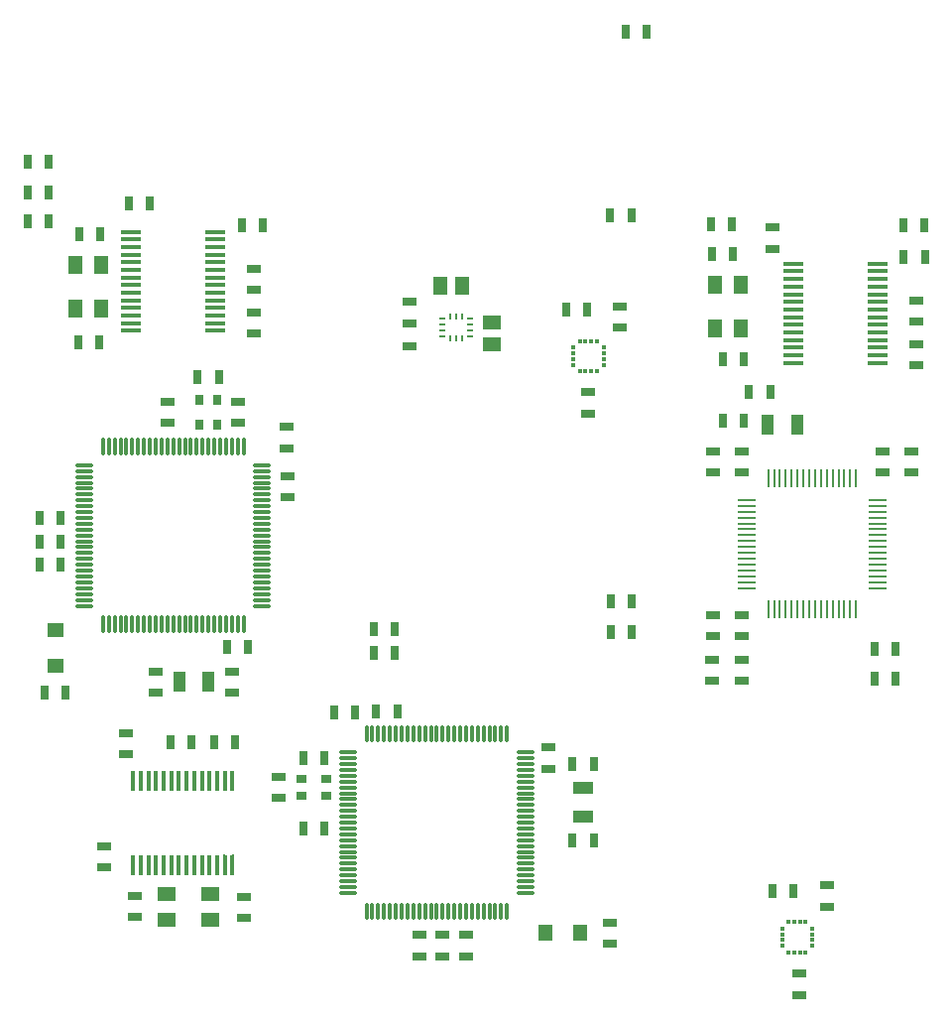
<source format=gtp>
G75*
%MOIN*%
%OFA0B0*%
%FSLAX25Y25*%
%IPPOS*%
%LPD*%
%AMOC8*
5,1,8,0,0,1.08239X$1,22.5*
%
%ADD10R,0.04724X0.03150*%
%ADD11R,0.03150X0.04724*%
%ADD12R,0.03937X0.07087*%
%ADD13R,0.03150X0.03543*%
%ADD14C,0.01181*%
%ADD15R,0.06102X0.00984*%
%ADD16R,0.00984X0.06102*%
%ADD17R,0.06890X0.01575*%
%ADD18R,0.04921X0.06299*%
%ADD19R,0.00984X0.03937*%
%ADD20R,0.03937X0.00984*%
%ADD21R,0.07087X0.03937*%
%ADD22R,0.01575X0.06890*%
%ADD23R,0.06299X0.04921*%
%ADD24R,0.03543X0.03150*%
%ADD25R,0.05512X0.04724*%
%ADD26R,0.04724X0.05512*%
%ADD27R,0.01770X0.01180*%
%ADD28R,0.01180X0.01770*%
%ADD29R,0.05118X0.05906*%
%ADD30R,0.05906X0.05118*%
%ADD31R,0.00984X0.01870*%
%ADD32R,0.01870X0.00984*%
%ADD33R,0.05118X0.02756*%
D10*
X0072758Y0072760D03*
X0072758Y0079847D03*
X0083093Y0063115D03*
X0083093Y0056028D03*
X0119510Y0055693D03*
X0119510Y0062780D03*
X0131321Y0095969D03*
X0131321Y0103056D03*
X0115573Y0131402D03*
X0115573Y0138489D03*
X0089983Y0138489D03*
X0089983Y0131402D03*
X0080140Y0117741D03*
X0080140Y0110654D03*
X0134430Y0197081D03*
X0134430Y0204167D03*
X0134134Y0213497D03*
X0134134Y0220583D03*
X0117542Y0221953D03*
X0117542Y0229040D03*
X0122955Y0252052D03*
X0122955Y0259138D03*
X0122955Y0266658D03*
X0122955Y0273745D03*
X0093920Y0229040D03*
X0093920Y0221953D03*
X0221872Y0112898D03*
X0221872Y0105812D03*
X0242594Y0054215D03*
X0242594Y0047128D03*
X0194313Y0049906D03*
X0194313Y0042819D03*
X0186439Y0042819D03*
X0186439Y0049906D03*
X0178565Y0049906D03*
X0178565Y0042819D03*
X0276991Y0135339D03*
X0276991Y0142426D03*
X0277180Y0150287D03*
X0277180Y0157374D03*
X0287022Y0157374D03*
X0287022Y0150287D03*
X0286833Y0142426D03*
X0286833Y0135339D03*
X0287022Y0205248D03*
X0287022Y0212334D03*
X0277180Y0212334D03*
X0277180Y0205248D03*
X0235471Y0225174D03*
X0235471Y0232260D03*
X0245861Y0254036D03*
X0245861Y0261123D03*
X0297357Y0280543D03*
X0297357Y0287630D03*
X0345585Y0263023D03*
X0345585Y0255937D03*
X0345585Y0248417D03*
X0345585Y0241330D03*
X0344109Y0212334D03*
X0344109Y0205248D03*
X0334266Y0205248D03*
X0334266Y0212334D03*
X0315729Y0066560D03*
X0315729Y0059473D03*
X0306394Y0036906D03*
X0306394Y0029819D03*
D11*
X0304362Y0064632D03*
X0297276Y0064632D03*
X0237227Y0081796D03*
X0230140Y0081796D03*
X0230140Y0107386D03*
X0237227Y0107386D03*
X0242983Y0151780D03*
X0250069Y0151780D03*
X0250069Y0161906D03*
X0242983Y0161906D03*
X0280605Y0222649D03*
X0287691Y0222649D03*
X0289463Y0232492D03*
X0296550Y0232492D03*
X0287691Y0243319D03*
X0280605Y0243319D03*
X0284089Y0278752D03*
X0277002Y0278752D03*
X0276676Y0288832D03*
X0283762Y0288832D03*
X0249836Y0291623D03*
X0242750Y0291623D03*
X0235077Y0260213D03*
X0227991Y0260213D03*
X0247857Y0353449D03*
X0254943Y0353449D03*
X0341361Y0288489D03*
X0348447Y0288489D03*
X0348557Y0277767D03*
X0341471Y0277767D03*
X0338762Y0146032D03*
X0331676Y0146032D03*
X0331676Y0136032D03*
X0338762Y0136032D03*
X0171170Y0125065D03*
X0164083Y0125065D03*
X0157154Y0124725D03*
X0150068Y0124725D03*
X0146676Y0109355D03*
X0139589Y0109355D03*
X0139589Y0085733D03*
X0146676Y0085733D03*
X0116577Y0114768D03*
X0109491Y0114768D03*
X0101971Y0114768D03*
X0094884Y0114768D03*
X0113998Y0146756D03*
X0121085Y0146756D03*
X0163180Y0144725D03*
X0170266Y0144725D03*
X0170266Y0152599D03*
X0163180Y0152599D03*
X0111243Y0237308D03*
X0104156Y0237308D03*
X0070967Y0249119D03*
X0063880Y0249119D03*
X0064215Y0285536D03*
X0071302Y0285536D03*
X0080947Y0295871D03*
X0088034Y0295871D03*
X0118841Y0288489D03*
X0125928Y0288489D03*
X0053942Y0289802D03*
X0046855Y0289802D03*
X0046918Y0299484D03*
X0054005Y0299484D03*
X0054090Y0309802D03*
X0047003Y0309802D03*
X0051006Y0190064D03*
X0058093Y0190064D03*
X0058093Y0182189D03*
X0051006Y0182189D03*
X0051006Y0174315D03*
X0058093Y0174315D03*
X0059762Y0131232D03*
X0052676Y0131232D03*
D12*
X0097857Y0134945D03*
X0107699Y0134945D03*
X0295723Y0221311D03*
X0305565Y0221311D03*
D13*
X0110652Y0221363D03*
X0104746Y0221363D03*
X0104746Y0229630D03*
X0110652Y0229630D03*
D14*
X0109668Y0216245D02*
X0109668Y0211717D01*
X0109668Y0211717D01*
X0109668Y0216245D01*
X0109668Y0216245D01*
X0109668Y0212897D02*
X0109668Y0212897D01*
X0109668Y0214077D02*
X0109668Y0214077D01*
X0109668Y0215257D02*
X0109668Y0215257D01*
X0111636Y0216245D02*
X0111636Y0211717D01*
X0111636Y0211717D01*
X0111636Y0216245D01*
X0111636Y0216245D01*
X0111636Y0212897D02*
X0111636Y0212897D01*
X0111636Y0214077D02*
X0111636Y0214077D01*
X0111636Y0215257D02*
X0111636Y0215257D01*
X0113605Y0216245D02*
X0113605Y0211717D01*
X0113605Y0211717D01*
X0113605Y0216245D01*
X0113605Y0216245D01*
X0113605Y0212897D02*
X0113605Y0212897D01*
X0113605Y0214077D02*
X0113605Y0214077D01*
X0113605Y0215257D02*
X0113605Y0215257D01*
X0115573Y0216245D02*
X0115573Y0211717D01*
X0115573Y0211717D01*
X0115573Y0216245D01*
X0115573Y0216245D01*
X0115573Y0212897D02*
X0115573Y0212897D01*
X0115573Y0214077D02*
X0115573Y0214077D01*
X0115573Y0215257D02*
X0115573Y0215257D01*
X0117542Y0216245D02*
X0117542Y0211717D01*
X0117542Y0211717D01*
X0117542Y0216245D01*
X0117542Y0216245D01*
X0117542Y0212897D02*
X0117542Y0212897D01*
X0117542Y0214077D02*
X0117542Y0214077D01*
X0117542Y0215257D02*
X0117542Y0215257D01*
X0119510Y0216245D02*
X0119510Y0211717D01*
X0119510Y0211717D01*
X0119510Y0216245D01*
X0119510Y0216245D01*
X0119510Y0212897D02*
X0119510Y0212897D01*
X0119510Y0214077D02*
X0119510Y0214077D01*
X0119510Y0215257D02*
X0119510Y0215257D01*
X0123447Y0207780D02*
X0127975Y0207780D01*
X0127975Y0207780D01*
X0123447Y0207780D01*
X0123447Y0207780D01*
X0123447Y0205812D02*
X0127975Y0205812D01*
X0127975Y0205812D01*
X0123447Y0205812D01*
X0123447Y0205812D01*
X0123447Y0203843D02*
X0127975Y0203843D01*
X0127975Y0203843D01*
X0123447Y0203843D01*
X0123447Y0203843D01*
X0123447Y0201875D02*
X0127975Y0201875D01*
X0127975Y0201875D01*
X0123447Y0201875D01*
X0123447Y0201875D01*
X0123447Y0199906D02*
X0127975Y0199906D01*
X0127975Y0199906D01*
X0123447Y0199906D01*
X0123447Y0199906D01*
X0123447Y0197938D02*
X0127975Y0197938D01*
X0127975Y0197938D01*
X0123447Y0197938D01*
X0123447Y0197938D01*
X0123447Y0195969D02*
X0127975Y0195969D01*
X0127975Y0195969D01*
X0123447Y0195969D01*
X0123447Y0195969D01*
X0123447Y0194001D02*
X0127975Y0194001D01*
X0127975Y0194001D01*
X0123447Y0194001D01*
X0123447Y0194001D01*
X0123447Y0192032D02*
X0127975Y0192032D01*
X0127975Y0192032D01*
X0123447Y0192032D01*
X0123447Y0192032D01*
X0123447Y0190064D02*
X0127975Y0190064D01*
X0127975Y0190064D01*
X0123447Y0190064D01*
X0123447Y0190064D01*
X0123447Y0188095D02*
X0127975Y0188095D01*
X0127975Y0188095D01*
X0123447Y0188095D01*
X0123447Y0188095D01*
X0123447Y0186127D02*
X0127975Y0186127D01*
X0127975Y0186127D01*
X0123447Y0186127D01*
X0123447Y0186127D01*
X0123447Y0184158D02*
X0127975Y0184158D01*
X0127975Y0184158D01*
X0123447Y0184158D01*
X0123447Y0184158D01*
X0123447Y0182189D02*
X0127975Y0182189D01*
X0127975Y0182189D01*
X0123447Y0182189D01*
X0123447Y0182189D01*
X0123447Y0180221D02*
X0127975Y0180221D01*
X0127975Y0180221D01*
X0123447Y0180221D01*
X0123447Y0180221D01*
X0123447Y0178252D02*
X0127975Y0178252D01*
X0127975Y0178252D01*
X0123447Y0178252D01*
X0123447Y0178252D01*
X0123447Y0176284D02*
X0127975Y0176284D01*
X0127975Y0176284D01*
X0123447Y0176284D01*
X0123447Y0176284D01*
X0123447Y0174315D02*
X0127975Y0174315D01*
X0127975Y0174315D01*
X0123447Y0174315D01*
X0123447Y0174315D01*
X0123447Y0172347D02*
X0127975Y0172347D01*
X0127975Y0172347D01*
X0123447Y0172347D01*
X0123447Y0172347D01*
X0123447Y0170378D02*
X0127975Y0170378D01*
X0127975Y0170378D01*
X0123447Y0170378D01*
X0123447Y0170378D01*
X0123447Y0168410D02*
X0127975Y0168410D01*
X0127975Y0168410D01*
X0123447Y0168410D01*
X0123447Y0168410D01*
X0123447Y0166441D02*
X0127975Y0166441D01*
X0127975Y0166441D01*
X0123447Y0166441D01*
X0123447Y0166441D01*
X0123447Y0164473D02*
X0127975Y0164473D01*
X0127975Y0164473D01*
X0123447Y0164473D01*
X0123447Y0164473D01*
X0123447Y0162504D02*
X0127975Y0162504D01*
X0127975Y0162504D01*
X0123447Y0162504D01*
X0123447Y0162504D01*
X0123447Y0160536D02*
X0127975Y0160536D01*
X0127975Y0160536D01*
X0123447Y0160536D01*
X0123447Y0160536D01*
X0119510Y0156599D02*
X0119510Y0152071D01*
X0119510Y0152071D01*
X0119510Y0156599D01*
X0119510Y0156599D01*
X0119510Y0153251D02*
X0119510Y0153251D01*
X0119510Y0154431D02*
X0119510Y0154431D01*
X0119510Y0155611D02*
X0119510Y0155611D01*
X0117542Y0156599D02*
X0117542Y0152071D01*
X0117542Y0152071D01*
X0117542Y0156599D01*
X0117542Y0156599D01*
X0117542Y0153251D02*
X0117542Y0153251D01*
X0117542Y0154431D02*
X0117542Y0154431D01*
X0117542Y0155611D02*
X0117542Y0155611D01*
X0115573Y0156599D02*
X0115573Y0152071D01*
X0115573Y0152071D01*
X0115573Y0156599D01*
X0115573Y0156599D01*
X0115573Y0153251D02*
X0115573Y0153251D01*
X0115573Y0154431D02*
X0115573Y0154431D01*
X0115573Y0155611D02*
X0115573Y0155611D01*
X0113605Y0156599D02*
X0113605Y0152071D01*
X0113605Y0152071D01*
X0113605Y0156599D01*
X0113605Y0156599D01*
X0113605Y0153251D02*
X0113605Y0153251D01*
X0113605Y0154431D02*
X0113605Y0154431D01*
X0113605Y0155611D02*
X0113605Y0155611D01*
X0111636Y0156599D02*
X0111636Y0152071D01*
X0111636Y0152071D01*
X0111636Y0156599D01*
X0111636Y0156599D01*
X0111636Y0153251D02*
X0111636Y0153251D01*
X0111636Y0154431D02*
X0111636Y0154431D01*
X0111636Y0155611D02*
X0111636Y0155611D01*
X0109668Y0156599D02*
X0109668Y0152071D01*
X0109668Y0152071D01*
X0109668Y0156599D01*
X0109668Y0156599D01*
X0109668Y0153251D02*
X0109668Y0153251D01*
X0109668Y0154431D02*
X0109668Y0154431D01*
X0109668Y0155611D02*
X0109668Y0155611D01*
X0107699Y0156599D02*
X0107699Y0152071D01*
X0107699Y0152071D01*
X0107699Y0156599D01*
X0107699Y0156599D01*
X0107699Y0153251D02*
X0107699Y0153251D01*
X0107699Y0154431D02*
X0107699Y0154431D01*
X0107699Y0155611D02*
X0107699Y0155611D01*
X0105731Y0156599D02*
X0105731Y0152071D01*
X0105731Y0152071D01*
X0105731Y0156599D01*
X0105731Y0156599D01*
X0105731Y0153251D02*
X0105731Y0153251D01*
X0105731Y0154431D02*
X0105731Y0154431D01*
X0105731Y0155611D02*
X0105731Y0155611D01*
X0103762Y0156599D02*
X0103762Y0152071D01*
X0103762Y0152071D01*
X0103762Y0156599D01*
X0103762Y0156599D01*
X0103762Y0153251D02*
X0103762Y0153251D01*
X0103762Y0154431D02*
X0103762Y0154431D01*
X0103762Y0155611D02*
X0103762Y0155611D01*
X0101794Y0156599D02*
X0101794Y0152071D01*
X0101794Y0152071D01*
X0101794Y0156599D01*
X0101794Y0156599D01*
X0101794Y0153251D02*
X0101794Y0153251D01*
X0101794Y0154431D02*
X0101794Y0154431D01*
X0101794Y0155611D02*
X0101794Y0155611D01*
X0099825Y0156599D02*
X0099825Y0152071D01*
X0099825Y0152071D01*
X0099825Y0156599D01*
X0099825Y0156599D01*
X0099825Y0153251D02*
X0099825Y0153251D01*
X0099825Y0154431D02*
X0099825Y0154431D01*
X0099825Y0155611D02*
X0099825Y0155611D01*
X0097857Y0156599D02*
X0097857Y0152071D01*
X0097857Y0152071D01*
X0097857Y0156599D01*
X0097857Y0156599D01*
X0097857Y0153251D02*
X0097857Y0153251D01*
X0097857Y0154431D02*
X0097857Y0154431D01*
X0097857Y0155611D02*
X0097857Y0155611D01*
X0095888Y0156599D02*
X0095888Y0152071D01*
X0095888Y0152071D01*
X0095888Y0156599D01*
X0095888Y0156599D01*
X0095888Y0153251D02*
X0095888Y0153251D01*
X0095888Y0154431D02*
X0095888Y0154431D01*
X0095888Y0155611D02*
X0095888Y0155611D01*
X0093920Y0156599D02*
X0093920Y0152071D01*
X0093920Y0152071D01*
X0093920Y0156599D01*
X0093920Y0156599D01*
X0093920Y0153251D02*
X0093920Y0153251D01*
X0093920Y0154431D02*
X0093920Y0154431D01*
X0093920Y0155611D02*
X0093920Y0155611D01*
X0091951Y0156599D02*
X0091951Y0152071D01*
X0091951Y0152071D01*
X0091951Y0156599D01*
X0091951Y0156599D01*
X0091951Y0153251D02*
X0091951Y0153251D01*
X0091951Y0154431D02*
X0091951Y0154431D01*
X0091951Y0155611D02*
X0091951Y0155611D01*
X0089983Y0156599D02*
X0089983Y0152071D01*
X0089983Y0152071D01*
X0089983Y0156599D01*
X0089983Y0156599D01*
X0089983Y0153251D02*
X0089983Y0153251D01*
X0089983Y0154431D02*
X0089983Y0154431D01*
X0089983Y0155611D02*
X0089983Y0155611D01*
X0088014Y0156599D02*
X0088014Y0152071D01*
X0088014Y0152071D01*
X0088014Y0156599D01*
X0088014Y0156599D01*
X0088014Y0153251D02*
X0088014Y0153251D01*
X0088014Y0154431D02*
X0088014Y0154431D01*
X0088014Y0155611D02*
X0088014Y0155611D01*
X0086046Y0156599D02*
X0086046Y0152071D01*
X0086046Y0152071D01*
X0086046Y0156599D01*
X0086046Y0156599D01*
X0086046Y0153251D02*
X0086046Y0153251D01*
X0086046Y0154431D02*
X0086046Y0154431D01*
X0086046Y0155611D02*
X0086046Y0155611D01*
X0084077Y0156599D02*
X0084077Y0152071D01*
X0084077Y0152071D01*
X0084077Y0156599D01*
X0084077Y0156599D01*
X0084077Y0153251D02*
X0084077Y0153251D01*
X0084077Y0154431D02*
X0084077Y0154431D01*
X0084077Y0155611D02*
X0084077Y0155611D01*
X0082109Y0156599D02*
X0082109Y0152071D01*
X0082109Y0152071D01*
X0082109Y0156599D01*
X0082109Y0156599D01*
X0082109Y0153251D02*
X0082109Y0153251D01*
X0082109Y0154431D02*
X0082109Y0154431D01*
X0082109Y0155611D02*
X0082109Y0155611D01*
X0080140Y0156599D02*
X0080140Y0152071D01*
X0080140Y0152071D01*
X0080140Y0156599D01*
X0080140Y0156599D01*
X0080140Y0153251D02*
X0080140Y0153251D01*
X0080140Y0154431D02*
X0080140Y0154431D01*
X0080140Y0155611D02*
X0080140Y0155611D01*
X0078172Y0156599D02*
X0078172Y0152071D01*
X0078172Y0152071D01*
X0078172Y0156599D01*
X0078172Y0156599D01*
X0078172Y0153251D02*
X0078172Y0153251D01*
X0078172Y0154431D02*
X0078172Y0154431D01*
X0078172Y0155611D02*
X0078172Y0155611D01*
X0076203Y0156599D02*
X0076203Y0152071D01*
X0076203Y0152071D01*
X0076203Y0156599D01*
X0076203Y0156599D01*
X0076203Y0153251D02*
X0076203Y0153251D01*
X0076203Y0154431D02*
X0076203Y0154431D01*
X0076203Y0155611D02*
X0076203Y0155611D01*
X0074235Y0156599D02*
X0074235Y0152071D01*
X0074235Y0152071D01*
X0074235Y0156599D01*
X0074235Y0156599D01*
X0074235Y0153251D02*
X0074235Y0153251D01*
X0074235Y0154431D02*
X0074235Y0154431D01*
X0074235Y0155611D02*
X0074235Y0155611D01*
X0072266Y0156599D02*
X0072266Y0152071D01*
X0072266Y0152071D01*
X0072266Y0156599D01*
X0072266Y0156599D01*
X0072266Y0153251D02*
X0072266Y0153251D01*
X0072266Y0154431D02*
X0072266Y0154431D01*
X0072266Y0155611D02*
X0072266Y0155611D01*
X0068329Y0160536D02*
X0063801Y0160536D01*
X0068329Y0160536D02*
X0068329Y0160536D01*
X0063801Y0160536D01*
X0063801Y0160536D01*
X0063801Y0162504D02*
X0068329Y0162504D01*
X0068329Y0162504D01*
X0063801Y0162504D01*
X0063801Y0162504D01*
X0063801Y0164473D02*
X0068329Y0164473D01*
X0068329Y0164473D01*
X0063801Y0164473D01*
X0063801Y0164473D01*
X0063801Y0166441D02*
X0068329Y0166441D01*
X0068329Y0166441D01*
X0063801Y0166441D01*
X0063801Y0166441D01*
X0063801Y0168410D02*
X0068329Y0168410D01*
X0068329Y0168410D01*
X0063801Y0168410D01*
X0063801Y0168410D01*
X0063801Y0170378D02*
X0068329Y0170378D01*
X0068329Y0170378D01*
X0063801Y0170378D01*
X0063801Y0170378D01*
X0063801Y0172347D02*
X0068329Y0172347D01*
X0068329Y0172347D01*
X0063801Y0172347D01*
X0063801Y0172347D01*
X0063801Y0174315D02*
X0068329Y0174315D01*
X0068329Y0174315D01*
X0063801Y0174315D01*
X0063801Y0174315D01*
X0063801Y0176284D02*
X0068329Y0176284D01*
X0068329Y0176284D01*
X0063801Y0176284D01*
X0063801Y0176284D01*
X0063801Y0178252D02*
X0068329Y0178252D01*
X0068329Y0178252D01*
X0063801Y0178252D01*
X0063801Y0178252D01*
X0063801Y0180221D02*
X0068329Y0180221D01*
X0068329Y0180221D01*
X0063801Y0180221D01*
X0063801Y0180221D01*
X0063801Y0182189D02*
X0068329Y0182189D01*
X0068329Y0182189D01*
X0063801Y0182189D01*
X0063801Y0182189D01*
X0063801Y0184158D02*
X0068329Y0184158D01*
X0068329Y0184158D01*
X0063801Y0184158D01*
X0063801Y0184158D01*
X0063801Y0186127D02*
X0068329Y0186127D01*
X0068329Y0186127D01*
X0063801Y0186127D01*
X0063801Y0186127D01*
X0063801Y0188095D02*
X0068329Y0188095D01*
X0068329Y0188095D01*
X0063801Y0188095D01*
X0063801Y0188095D01*
X0063801Y0190064D02*
X0068329Y0190064D01*
X0068329Y0190064D01*
X0063801Y0190064D01*
X0063801Y0190064D01*
X0063801Y0192032D02*
X0068329Y0192032D01*
X0068329Y0192032D01*
X0063801Y0192032D01*
X0063801Y0192032D01*
X0063801Y0194001D02*
X0068329Y0194001D01*
X0068329Y0194001D01*
X0063801Y0194001D01*
X0063801Y0194001D01*
X0063801Y0195969D02*
X0068329Y0195969D01*
X0068329Y0195969D01*
X0063801Y0195969D01*
X0063801Y0195969D01*
X0063801Y0197938D02*
X0068329Y0197938D01*
X0068329Y0197938D01*
X0063801Y0197938D01*
X0063801Y0197938D01*
X0063801Y0199906D02*
X0068329Y0199906D01*
X0068329Y0199906D01*
X0063801Y0199906D01*
X0063801Y0199906D01*
X0063801Y0201875D02*
X0068329Y0201875D01*
X0068329Y0201875D01*
X0063801Y0201875D01*
X0063801Y0201875D01*
X0063801Y0203843D02*
X0068329Y0203843D01*
X0068329Y0203843D01*
X0063801Y0203843D01*
X0063801Y0203843D01*
X0063801Y0205812D02*
X0068329Y0205812D01*
X0068329Y0205812D01*
X0063801Y0205812D01*
X0063801Y0205812D01*
X0063801Y0207780D02*
X0068329Y0207780D01*
X0068329Y0207780D01*
X0063801Y0207780D01*
X0063801Y0207780D01*
X0072266Y0211717D02*
X0072266Y0216245D01*
X0072266Y0211717D02*
X0072266Y0211717D01*
X0072266Y0216245D01*
X0072266Y0216245D01*
X0072266Y0212897D02*
X0072266Y0212897D01*
X0072266Y0214077D02*
X0072266Y0214077D01*
X0072266Y0215257D02*
X0072266Y0215257D01*
X0074235Y0216245D02*
X0074235Y0211717D01*
X0074235Y0211717D01*
X0074235Y0216245D01*
X0074235Y0216245D01*
X0074235Y0212897D02*
X0074235Y0212897D01*
X0074235Y0214077D02*
X0074235Y0214077D01*
X0074235Y0215257D02*
X0074235Y0215257D01*
X0076203Y0216245D02*
X0076203Y0211717D01*
X0076203Y0211717D01*
X0076203Y0216245D01*
X0076203Y0216245D01*
X0076203Y0212897D02*
X0076203Y0212897D01*
X0076203Y0214077D02*
X0076203Y0214077D01*
X0076203Y0215257D02*
X0076203Y0215257D01*
X0078172Y0216245D02*
X0078172Y0211717D01*
X0078172Y0211717D01*
X0078172Y0216245D01*
X0078172Y0216245D01*
X0078172Y0212897D02*
X0078172Y0212897D01*
X0078172Y0214077D02*
X0078172Y0214077D01*
X0078172Y0215257D02*
X0078172Y0215257D01*
X0080140Y0216245D02*
X0080140Y0211717D01*
X0080140Y0211717D01*
X0080140Y0216245D01*
X0080140Y0216245D01*
X0080140Y0212897D02*
X0080140Y0212897D01*
X0080140Y0214077D02*
X0080140Y0214077D01*
X0080140Y0215257D02*
X0080140Y0215257D01*
X0082109Y0216245D02*
X0082109Y0211717D01*
X0082109Y0211717D01*
X0082109Y0216245D01*
X0082109Y0216245D01*
X0082109Y0212897D02*
X0082109Y0212897D01*
X0082109Y0214077D02*
X0082109Y0214077D01*
X0082109Y0215257D02*
X0082109Y0215257D01*
X0084077Y0216245D02*
X0084077Y0211717D01*
X0084077Y0211717D01*
X0084077Y0216245D01*
X0084077Y0216245D01*
X0084077Y0212897D02*
X0084077Y0212897D01*
X0084077Y0214077D02*
X0084077Y0214077D01*
X0084077Y0215257D02*
X0084077Y0215257D01*
X0086046Y0216245D02*
X0086046Y0211717D01*
X0086046Y0211717D01*
X0086046Y0216245D01*
X0086046Y0216245D01*
X0086046Y0212897D02*
X0086046Y0212897D01*
X0086046Y0214077D02*
X0086046Y0214077D01*
X0086046Y0215257D02*
X0086046Y0215257D01*
X0088014Y0216245D02*
X0088014Y0211717D01*
X0088014Y0211717D01*
X0088014Y0216245D01*
X0088014Y0216245D01*
X0088014Y0212897D02*
X0088014Y0212897D01*
X0088014Y0214077D02*
X0088014Y0214077D01*
X0088014Y0215257D02*
X0088014Y0215257D01*
X0089983Y0216245D02*
X0089983Y0211717D01*
X0089983Y0211717D01*
X0089983Y0216245D01*
X0089983Y0216245D01*
X0089983Y0212897D02*
X0089983Y0212897D01*
X0089983Y0214077D02*
X0089983Y0214077D01*
X0089983Y0215257D02*
X0089983Y0215257D01*
X0091951Y0216245D02*
X0091951Y0211717D01*
X0091951Y0211717D01*
X0091951Y0216245D01*
X0091951Y0216245D01*
X0091951Y0212897D02*
X0091951Y0212897D01*
X0091951Y0214077D02*
X0091951Y0214077D01*
X0091951Y0215257D02*
X0091951Y0215257D01*
X0093920Y0216245D02*
X0093920Y0211717D01*
X0093920Y0211717D01*
X0093920Y0216245D01*
X0093920Y0216245D01*
X0093920Y0212897D02*
X0093920Y0212897D01*
X0093920Y0214077D02*
X0093920Y0214077D01*
X0093920Y0215257D02*
X0093920Y0215257D01*
X0095888Y0216245D02*
X0095888Y0211717D01*
X0095888Y0211717D01*
X0095888Y0216245D01*
X0095888Y0216245D01*
X0095888Y0212897D02*
X0095888Y0212897D01*
X0095888Y0214077D02*
X0095888Y0214077D01*
X0095888Y0215257D02*
X0095888Y0215257D01*
X0097857Y0216245D02*
X0097857Y0211717D01*
X0097857Y0211717D01*
X0097857Y0216245D01*
X0097857Y0216245D01*
X0097857Y0212897D02*
X0097857Y0212897D01*
X0097857Y0214077D02*
X0097857Y0214077D01*
X0097857Y0215257D02*
X0097857Y0215257D01*
X0099825Y0216245D02*
X0099825Y0211717D01*
X0099825Y0211717D01*
X0099825Y0216245D01*
X0099825Y0216245D01*
X0099825Y0212897D02*
X0099825Y0212897D01*
X0099825Y0214077D02*
X0099825Y0214077D01*
X0099825Y0215257D02*
X0099825Y0215257D01*
X0101794Y0216245D02*
X0101794Y0211717D01*
X0101794Y0211717D01*
X0101794Y0216245D01*
X0101794Y0216245D01*
X0101794Y0212897D02*
X0101794Y0212897D01*
X0101794Y0214077D02*
X0101794Y0214077D01*
X0101794Y0215257D02*
X0101794Y0215257D01*
X0103762Y0216245D02*
X0103762Y0211717D01*
X0103762Y0211717D01*
X0103762Y0216245D01*
X0103762Y0216245D01*
X0103762Y0212897D02*
X0103762Y0212897D01*
X0103762Y0214077D02*
X0103762Y0214077D01*
X0103762Y0215257D02*
X0103762Y0215257D01*
X0105731Y0216245D02*
X0105731Y0211717D01*
X0105731Y0211717D01*
X0105731Y0216245D01*
X0105731Y0216245D01*
X0105731Y0212897D02*
X0105731Y0212897D01*
X0105731Y0214077D02*
X0105731Y0214077D01*
X0105731Y0215257D02*
X0105731Y0215257D01*
X0107699Y0216245D02*
X0107699Y0211717D01*
X0107699Y0211717D01*
X0107699Y0216245D01*
X0107699Y0216245D01*
X0107699Y0212897D02*
X0107699Y0212897D01*
X0107699Y0214077D02*
X0107699Y0214077D01*
X0107699Y0215257D02*
X0107699Y0215257D01*
X0160849Y0119788D02*
X0160849Y0115260D01*
X0160849Y0119788D02*
X0160849Y0119788D01*
X0160849Y0115260D01*
X0160849Y0115260D01*
X0160849Y0116440D02*
X0160849Y0116440D01*
X0160849Y0117620D02*
X0160849Y0117620D01*
X0160849Y0118800D02*
X0160849Y0118800D01*
X0162817Y0119788D02*
X0162817Y0115260D01*
X0162817Y0119788D02*
X0162817Y0119788D01*
X0162817Y0115260D01*
X0162817Y0115260D01*
X0162817Y0116440D02*
X0162817Y0116440D01*
X0162817Y0117620D02*
X0162817Y0117620D01*
X0162817Y0118800D02*
X0162817Y0118800D01*
X0164786Y0119788D02*
X0164786Y0115260D01*
X0164786Y0119788D02*
X0164786Y0119788D01*
X0164786Y0115260D01*
X0164786Y0115260D01*
X0164786Y0116440D02*
X0164786Y0116440D01*
X0164786Y0117620D02*
X0164786Y0117620D01*
X0164786Y0118800D02*
X0164786Y0118800D01*
X0166754Y0119788D02*
X0166754Y0115260D01*
X0166754Y0119788D02*
X0166754Y0119788D01*
X0166754Y0115260D01*
X0166754Y0115260D01*
X0166754Y0116440D02*
X0166754Y0116440D01*
X0166754Y0117620D02*
X0166754Y0117620D01*
X0166754Y0118800D02*
X0166754Y0118800D01*
X0168723Y0119788D02*
X0168723Y0115260D01*
X0168723Y0119788D02*
X0168723Y0119788D01*
X0168723Y0115260D01*
X0168723Y0115260D01*
X0168723Y0116440D02*
X0168723Y0116440D01*
X0168723Y0117620D02*
X0168723Y0117620D01*
X0168723Y0118800D02*
X0168723Y0118800D01*
X0170691Y0119788D02*
X0170691Y0115260D01*
X0170691Y0119788D02*
X0170691Y0119788D01*
X0170691Y0115260D01*
X0170691Y0115260D01*
X0170691Y0116440D02*
X0170691Y0116440D01*
X0170691Y0117620D02*
X0170691Y0117620D01*
X0170691Y0118800D02*
X0170691Y0118800D01*
X0172660Y0119788D02*
X0172660Y0115260D01*
X0172660Y0119788D02*
X0172660Y0119788D01*
X0172660Y0115260D01*
X0172660Y0115260D01*
X0172660Y0116440D02*
X0172660Y0116440D01*
X0172660Y0117620D02*
X0172660Y0117620D01*
X0172660Y0118800D02*
X0172660Y0118800D01*
X0174628Y0119788D02*
X0174628Y0115260D01*
X0174628Y0119788D02*
X0174628Y0119788D01*
X0174628Y0115260D01*
X0174628Y0115260D01*
X0174628Y0116440D02*
X0174628Y0116440D01*
X0174628Y0117620D02*
X0174628Y0117620D01*
X0174628Y0118800D02*
X0174628Y0118800D01*
X0176597Y0119788D02*
X0176597Y0115260D01*
X0176597Y0119788D02*
X0176597Y0119788D01*
X0176597Y0115260D01*
X0176597Y0115260D01*
X0176597Y0116440D02*
X0176597Y0116440D01*
X0176597Y0117620D02*
X0176597Y0117620D01*
X0176597Y0118800D02*
X0176597Y0118800D01*
X0178565Y0119788D02*
X0178565Y0115260D01*
X0178565Y0119788D02*
X0178565Y0119788D01*
X0178565Y0115260D01*
X0178565Y0115260D01*
X0178565Y0116440D02*
X0178565Y0116440D01*
X0178565Y0117620D02*
X0178565Y0117620D01*
X0178565Y0118800D02*
X0178565Y0118800D01*
X0180534Y0119788D02*
X0180534Y0115260D01*
X0180534Y0119788D02*
X0180534Y0119788D01*
X0180534Y0115260D01*
X0180534Y0115260D01*
X0180534Y0116440D02*
X0180534Y0116440D01*
X0180534Y0117620D02*
X0180534Y0117620D01*
X0180534Y0118800D02*
X0180534Y0118800D01*
X0182502Y0119788D02*
X0182502Y0115260D01*
X0182502Y0119788D02*
X0182502Y0119788D01*
X0182502Y0115260D01*
X0182502Y0115260D01*
X0182502Y0116440D02*
X0182502Y0116440D01*
X0182502Y0117620D02*
X0182502Y0117620D01*
X0182502Y0118800D02*
X0182502Y0118800D01*
X0184471Y0119788D02*
X0184471Y0115260D01*
X0184471Y0119788D02*
X0184471Y0119788D01*
X0184471Y0115260D01*
X0184471Y0115260D01*
X0184471Y0116440D02*
X0184471Y0116440D01*
X0184471Y0117620D02*
X0184471Y0117620D01*
X0184471Y0118800D02*
X0184471Y0118800D01*
X0186439Y0119788D02*
X0186439Y0115260D01*
X0186439Y0119788D02*
X0186439Y0119788D01*
X0186439Y0115260D01*
X0186439Y0115260D01*
X0186439Y0116440D02*
X0186439Y0116440D01*
X0186439Y0117620D02*
X0186439Y0117620D01*
X0186439Y0118800D02*
X0186439Y0118800D01*
X0188408Y0119788D02*
X0188408Y0115260D01*
X0188408Y0119788D02*
X0188408Y0119788D01*
X0188408Y0115260D01*
X0188408Y0115260D01*
X0188408Y0116440D02*
X0188408Y0116440D01*
X0188408Y0117620D02*
X0188408Y0117620D01*
X0188408Y0118800D02*
X0188408Y0118800D01*
X0190376Y0119788D02*
X0190376Y0115260D01*
X0190376Y0119788D02*
X0190376Y0119788D01*
X0190376Y0115260D01*
X0190376Y0115260D01*
X0190376Y0116440D02*
X0190376Y0116440D01*
X0190376Y0117620D02*
X0190376Y0117620D01*
X0190376Y0118800D02*
X0190376Y0118800D01*
X0192345Y0119788D02*
X0192345Y0115260D01*
X0192345Y0119788D02*
X0192345Y0119788D01*
X0192345Y0115260D01*
X0192345Y0115260D01*
X0192345Y0116440D02*
X0192345Y0116440D01*
X0192345Y0117620D02*
X0192345Y0117620D01*
X0192345Y0118800D02*
X0192345Y0118800D01*
X0194313Y0119788D02*
X0194313Y0115260D01*
X0194313Y0119788D02*
X0194313Y0119788D01*
X0194313Y0115260D01*
X0194313Y0115260D01*
X0194313Y0116440D02*
X0194313Y0116440D01*
X0194313Y0117620D02*
X0194313Y0117620D01*
X0194313Y0118800D02*
X0194313Y0118800D01*
X0196282Y0119788D02*
X0196282Y0115260D01*
X0196282Y0119788D02*
X0196282Y0119788D01*
X0196282Y0115260D01*
X0196282Y0115260D01*
X0196282Y0116440D02*
X0196282Y0116440D01*
X0196282Y0117620D02*
X0196282Y0117620D01*
X0196282Y0118800D02*
X0196282Y0118800D01*
X0198250Y0119788D02*
X0198250Y0115260D01*
X0198250Y0119788D02*
X0198250Y0119788D01*
X0198250Y0115260D01*
X0198250Y0115260D01*
X0198250Y0116440D02*
X0198250Y0116440D01*
X0198250Y0117620D02*
X0198250Y0117620D01*
X0198250Y0118800D02*
X0198250Y0118800D01*
X0200219Y0119788D02*
X0200219Y0115260D01*
X0200219Y0119788D02*
X0200219Y0119788D01*
X0200219Y0115260D01*
X0200219Y0115260D01*
X0200219Y0116440D02*
X0200219Y0116440D01*
X0200219Y0117620D02*
X0200219Y0117620D01*
X0200219Y0118800D02*
X0200219Y0118800D01*
X0202187Y0119788D02*
X0202187Y0115260D01*
X0202187Y0119788D02*
X0202187Y0119788D01*
X0202187Y0115260D01*
X0202187Y0115260D01*
X0202187Y0116440D02*
X0202187Y0116440D01*
X0202187Y0117620D02*
X0202187Y0117620D01*
X0202187Y0118800D02*
X0202187Y0118800D01*
X0204156Y0119788D02*
X0204156Y0115260D01*
X0204156Y0119788D02*
X0204156Y0119788D01*
X0204156Y0115260D01*
X0204156Y0115260D01*
X0204156Y0116440D02*
X0204156Y0116440D01*
X0204156Y0117620D02*
X0204156Y0117620D01*
X0204156Y0118800D02*
X0204156Y0118800D01*
X0206124Y0119788D02*
X0206124Y0115260D01*
X0206124Y0119788D02*
X0206124Y0119788D01*
X0206124Y0115260D01*
X0206124Y0115260D01*
X0206124Y0116440D02*
X0206124Y0116440D01*
X0206124Y0117620D02*
X0206124Y0117620D01*
X0206124Y0118800D02*
X0206124Y0118800D01*
X0208093Y0119788D02*
X0208093Y0115260D01*
X0208093Y0119788D02*
X0208093Y0119788D01*
X0208093Y0115260D01*
X0208093Y0115260D01*
X0208093Y0116440D02*
X0208093Y0116440D01*
X0208093Y0117620D02*
X0208093Y0117620D01*
X0208093Y0118800D02*
X0208093Y0118800D01*
X0212030Y0111323D02*
X0216558Y0111323D01*
X0216558Y0111323D01*
X0212030Y0111323D01*
X0212030Y0111323D01*
X0212030Y0109355D02*
X0216558Y0109355D01*
X0216558Y0109355D01*
X0212030Y0109355D01*
X0212030Y0109355D01*
X0212030Y0107386D02*
X0216558Y0107386D01*
X0216558Y0107386D01*
X0212030Y0107386D01*
X0212030Y0107386D01*
X0212030Y0105418D02*
X0216558Y0105418D01*
X0216558Y0105418D01*
X0212030Y0105418D01*
X0212030Y0105418D01*
X0212030Y0103449D02*
X0216558Y0103449D01*
X0216558Y0103449D01*
X0212030Y0103449D01*
X0212030Y0103449D01*
X0212030Y0101481D02*
X0216558Y0101481D01*
X0216558Y0101481D01*
X0212030Y0101481D01*
X0212030Y0101481D01*
X0212030Y0099512D02*
X0216558Y0099512D01*
X0216558Y0099512D01*
X0212030Y0099512D01*
X0212030Y0099512D01*
X0212030Y0097544D02*
X0216558Y0097544D01*
X0216558Y0097544D01*
X0212030Y0097544D01*
X0212030Y0097544D01*
X0212030Y0095575D02*
X0216558Y0095575D01*
X0216558Y0095575D01*
X0212030Y0095575D01*
X0212030Y0095575D01*
X0212030Y0093607D02*
X0216558Y0093607D01*
X0216558Y0093607D01*
X0212030Y0093607D01*
X0212030Y0093607D01*
X0212030Y0091638D02*
X0216558Y0091638D01*
X0216558Y0091638D01*
X0212030Y0091638D01*
X0212030Y0091638D01*
X0212030Y0089670D02*
X0216558Y0089670D01*
X0216558Y0089670D01*
X0212030Y0089670D01*
X0212030Y0089670D01*
X0212030Y0087701D02*
X0216558Y0087701D01*
X0216558Y0087701D01*
X0212030Y0087701D01*
X0212030Y0087701D01*
X0212030Y0085733D02*
X0216558Y0085733D01*
X0216558Y0085733D01*
X0212030Y0085733D01*
X0212030Y0085733D01*
X0212030Y0083764D02*
X0216558Y0083764D01*
X0216558Y0083764D01*
X0212030Y0083764D01*
X0212030Y0083764D01*
X0212030Y0081796D02*
X0216558Y0081796D01*
X0216558Y0081796D01*
X0212030Y0081796D01*
X0212030Y0081796D01*
X0212030Y0079827D02*
X0216558Y0079827D01*
X0216558Y0079827D01*
X0212030Y0079827D01*
X0212030Y0079827D01*
X0212030Y0077859D02*
X0216558Y0077859D01*
X0216558Y0077859D01*
X0212030Y0077859D01*
X0212030Y0077859D01*
X0212030Y0075890D02*
X0216558Y0075890D01*
X0216558Y0075890D01*
X0212030Y0075890D01*
X0212030Y0075890D01*
X0212030Y0073922D02*
X0216558Y0073922D01*
X0216558Y0073922D01*
X0212030Y0073922D01*
X0212030Y0073922D01*
X0212030Y0071953D02*
X0216558Y0071953D01*
X0216558Y0071953D01*
X0212030Y0071953D01*
X0212030Y0071953D01*
X0212030Y0069985D02*
X0216558Y0069985D01*
X0216558Y0069985D01*
X0212030Y0069985D01*
X0212030Y0069985D01*
X0212030Y0068016D02*
X0216558Y0068016D01*
X0216558Y0068016D01*
X0212030Y0068016D01*
X0212030Y0068016D01*
X0212030Y0066048D02*
X0216558Y0066048D01*
X0216558Y0066048D01*
X0212030Y0066048D01*
X0212030Y0066048D01*
X0212030Y0064079D02*
X0216558Y0064079D01*
X0216558Y0064079D01*
X0212030Y0064079D01*
X0212030Y0064079D01*
X0208093Y0060142D02*
X0208093Y0055614D01*
X0208093Y0060142D02*
X0208093Y0060142D01*
X0208093Y0055614D01*
X0208093Y0055614D01*
X0208093Y0056794D02*
X0208093Y0056794D01*
X0208093Y0057974D02*
X0208093Y0057974D01*
X0208093Y0059154D02*
X0208093Y0059154D01*
X0206124Y0060142D02*
X0206124Y0055614D01*
X0206124Y0060142D02*
X0206124Y0060142D01*
X0206124Y0055614D01*
X0206124Y0055614D01*
X0206124Y0056794D02*
X0206124Y0056794D01*
X0206124Y0057974D02*
X0206124Y0057974D01*
X0206124Y0059154D02*
X0206124Y0059154D01*
X0204156Y0060142D02*
X0204156Y0055614D01*
X0204156Y0060142D02*
X0204156Y0060142D01*
X0204156Y0055614D01*
X0204156Y0055614D01*
X0204156Y0056794D02*
X0204156Y0056794D01*
X0204156Y0057974D02*
X0204156Y0057974D01*
X0204156Y0059154D02*
X0204156Y0059154D01*
X0202187Y0060142D02*
X0202187Y0055614D01*
X0202187Y0060142D02*
X0202187Y0060142D01*
X0202187Y0055614D01*
X0202187Y0055614D01*
X0202187Y0056794D02*
X0202187Y0056794D01*
X0202187Y0057974D02*
X0202187Y0057974D01*
X0202187Y0059154D02*
X0202187Y0059154D01*
X0200219Y0060142D02*
X0200219Y0055614D01*
X0200219Y0060142D02*
X0200219Y0060142D01*
X0200219Y0055614D01*
X0200219Y0055614D01*
X0200219Y0056794D02*
X0200219Y0056794D01*
X0200219Y0057974D02*
X0200219Y0057974D01*
X0200219Y0059154D02*
X0200219Y0059154D01*
X0198250Y0060142D02*
X0198250Y0055614D01*
X0198250Y0060142D02*
X0198250Y0060142D01*
X0198250Y0055614D01*
X0198250Y0055614D01*
X0198250Y0056794D02*
X0198250Y0056794D01*
X0198250Y0057974D02*
X0198250Y0057974D01*
X0198250Y0059154D02*
X0198250Y0059154D01*
X0196282Y0060142D02*
X0196282Y0055614D01*
X0196282Y0060142D02*
X0196282Y0060142D01*
X0196282Y0055614D01*
X0196282Y0055614D01*
X0196282Y0056794D02*
X0196282Y0056794D01*
X0196282Y0057974D02*
X0196282Y0057974D01*
X0196282Y0059154D02*
X0196282Y0059154D01*
X0194313Y0060142D02*
X0194313Y0055614D01*
X0194313Y0060142D02*
X0194313Y0060142D01*
X0194313Y0055614D01*
X0194313Y0055614D01*
X0194313Y0056794D02*
X0194313Y0056794D01*
X0194313Y0057974D02*
X0194313Y0057974D01*
X0194313Y0059154D02*
X0194313Y0059154D01*
X0192345Y0060142D02*
X0192345Y0055614D01*
X0192345Y0060142D02*
X0192345Y0060142D01*
X0192345Y0055614D01*
X0192345Y0055614D01*
X0192345Y0056794D02*
X0192345Y0056794D01*
X0192345Y0057974D02*
X0192345Y0057974D01*
X0192345Y0059154D02*
X0192345Y0059154D01*
X0190376Y0060142D02*
X0190376Y0055614D01*
X0190376Y0060142D02*
X0190376Y0060142D01*
X0190376Y0055614D01*
X0190376Y0055614D01*
X0190376Y0056794D02*
X0190376Y0056794D01*
X0190376Y0057974D02*
X0190376Y0057974D01*
X0190376Y0059154D02*
X0190376Y0059154D01*
X0188408Y0060142D02*
X0188408Y0055614D01*
X0188408Y0060142D02*
X0188408Y0060142D01*
X0188408Y0055614D01*
X0188408Y0055614D01*
X0188408Y0056794D02*
X0188408Y0056794D01*
X0188408Y0057974D02*
X0188408Y0057974D01*
X0188408Y0059154D02*
X0188408Y0059154D01*
X0186439Y0060142D02*
X0186439Y0055614D01*
X0186439Y0060142D02*
X0186439Y0060142D01*
X0186439Y0055614D01*
X0186439Y0055614D01*
X0186439Y0056794D02*
X0186439Y0056794D01*
X0186439Y0057974D02*
X0186439Y0057974D01*
X0186439Y0059154D02*
X0186439Y0059154D01*
X0184471Y0060142D02*
X0184471Y0055614D01*
X0184471Y0060142D02*
X0184471Y0060142D01*
X0184471Y0055614D01*
X0184471Y0055614D01*
X0184471Y0056794D02*
X0184471Y0056794D01*
X0184471Y0057974D02*
X0184471Y0057974D01*
X0184471Y0059154D02*
X0184471Y0059154D01*
X0182502Y0060142D02*
X0182502Y0055614D01*
X0182502Y0060142D02*
X0182502Y0060142D01*
X0182502Y0055614D01*
X0182502Y0055614D01*
X0182502Y0056794D02*
X0182502Y0056794D01*
X0182502Y0057974D02*
X0182502Y0057974D01*
X0182502Y0059154D02*
X0182502Y0059154D01*
X0180534Y0060142D02*
X0180534Y0055614D01*
X0180534Y0060142D02*
X0180534Y0060142D01*
X0180534Y0055614D01*
X0180534Y0055614D01*
X0180534Y0056794D02*
X0180534Y0056794D01*
X0180534Y0057974D02*
X0180534Y0057974D01*
X0180534Y0059154D02*
X0180534Y0059154D01*
X0178565Y0060142D02*
X0178565Y0055614D01*
X0178565Y0060142D02*
X0178565Y0060142D01*
X0178565Y0055614D01*
X0178565Y0055614D01*
X0178565Y0056794D02*
X0178565Y0056794D01*
X0178565Y0057974D02*
X0178565Y0057974D01*
X0178565Y0059154D02*
X0178565Y0059154D01*
X0176597Y0060142D02*
X0176597Y0055614D01*
X0176597Y0060142D02*
X0176597Y0060142D01*
X0176597Y0055614D01*
X0176597Y0055614D01*
X0176597Y0056794D02*
X0176597Y0056794D01*
X0176597Y0057974D02*
X0176597Y0057974D01*
X0176597Y0059154D02*
X0176597Y0059154D01*
X0174628Y0060142D02*
X0174628Y0055614D01*
X0174628Y0060142D02*
X0174628Y0060142D01*
X0174628Y0055614D01*
X0174628Y0055614D01*
X0174628Y0056794D02*
X0174628Y0056794D01*
X0174628Y0057974D02*
X0174628Y0057974D01*
X0174628Y0059154D02*
X0174628Y0059154D01*
X0172660Y0060142D02*
X0172660Y0055614D01*
X0172660Y0060142D02*
X0172660Y0060142D01*
X0172660Y0055614D01*
X0172660Y0055614D01*
X0172660Y0056794D02*
X0172660Y0056794D01*
X0172660Y0057974D02*
X0172660Y0057974D01*
X0172660Y0059154D02*
X0172660Y0059154D01*
X0170691Y0060142D02*
X0170691Y0055614D01*
X0170691Y0060142D02*
X0170691Y0060142D01*
X0170691Y0055614D01*
X0170691Y0055614D01*
X0170691Y0056794D02*
X0170691Y0056794D01*
X0170691Y0057974D02*
X0170691Y0057974D01*
X0170691Y0059154D02*
X0170691Y0059154D01*
X0168723Y0060142D02*
X0168723Y0055614D01*
X0168723Y0060142D02*
X0168723Y0060142D01*
X0168723Y0055614D01*
X0168723Y0055614D01*
X0168723Y0056794D02*
X0168723Y0056794D01*
X0168723Y0057974D02*
X0168723Y0057974D01*
X0168723Y0059154D02*
X0168723Y0059154D01*
X0166754Y0060142D02*
X0166754Y0055614D01*
X0166754Y0060142D02*
X0166754Y0060142D01*
X0166754Y0055614D01*
X0166754Y0055614D01*
X0166754Y0056794D02*
X0166754Y0056794D01*
X0166754Y0057974D02*
X0166754Y0057974D01*
X0166754Y0059154D02*
X0166754Y0059154D01*
X0164786Y0060142D02*
X0164786Y0055614D01*
X0164786Y0060142D02*
X0164786Y0060142D01*
X0164786Y0055614D01*
X0164786Y0055614D01*
X0164786Y0056794D02*
X0164786Y0056794D01*
X0164786Y0057974D02*
X0164786Y0057974D01*
X0164786Y0059154D02*
X0164786Y0059154D01*
X0162817Y0060142D02*
X0162817Y0055614D01*
X0162817Y0060142D02*
X0162817Y0060142D01*
X0162817Y0055614D01*
X0162817Y0055614D01*
X0162817Y0056794D02*
X0162817Y0056794D01*
X0162817Y0057974D02*
X0162817Y0057974D01*
X0162817Y0059154D02*
X0162817Y0059154D01*
X0160849Y0060142D02*
X0160849Y0055614D01*
X0160849Y0060142D02*
X0160849Y0060142D01*
X0160849Y0055614D01*
X0160849Y0055614D01*
X0160849Y0056794D02*
X0160849Y0056794D01*
X0160849Y0057974D02*
X0160849Y0057974D01*
X0160849Y0059154D02*
X0160849Y0059154D01*
X0156912Y0064079D02*
X0152384Y0064079D01*
X0156912Y0064079D02*
X0156912Y0064079D01*
X0152384Y0064079D01*
X0152384Y0064079D01*
X0152384Y0066048D02*
X0156912Y0066048D01*
X0156912Y0066048D01*
X0152384Y0066048D01*
X0152384Y0066048D01*
X0152384Y0068016D02*
X0156912Y0068016D01*
X0156912Y0068016D01*
X0152384Y0068016D01*
X0152384Y0068016D01*
X0152384Y0069985D02*
X0156912Y0069985D01*
X0156912Y0069985D01*
X0152384Y0069985D01*
X0152384Y0069985D01*
X0152384Y0071953D02*
X0156912Y0071953D01*
X0156912Y0071953D01*
X0152384Y0071953D01*
X0152384Y0071953D01*
X0152384Y0073922D02*
X0156912Y0073922D01*
X0156912Y0073922D01*
X0152384Y0073922D01*
X0152384Y0073922D01*
X0152384Y0075890D02*
X0156912Y0075890D01*
X0156912Y0075890D01*
X0152384Y0075890D01*
X0152384Y0075890D01*
X0152384Y0077859D02*
X0156912Y0077859D01*
X0156912Y0077859D01*
X0152384Y0077859D01*
X0152384Y0077859D01*
X0152384Y0079827D02*
X0156912Y0079827D01*
X0156912Y0079827D01*
X0152384Y0079827D01*
X0152384Y0079827D01*
X0152384Y0081796D02*
X0156912Y0081796D01*
X0156912Y0081796D01*
X0152384Y0081796D01*
X0152384Y0081796D01*
X0152384Y0083764D02*
X0156912Y0083764D01*
X0156912Y0083764D01*
X0152384Y0083764D01*
X0152384Y0083764D01*
X0152384Y0085733D02*
X0156912Y0085733D01*
X0156912Y0085733D01*
X0152384Y0085733D01*
X0152384Y0085733D01*
X0152384Y0087701D02*
X0156912Y0087701D01*
X0156912Y0087701D01*
X0152384Y0087701D01*
X0152384Y0087701D01*
X0152384Y0089670D02*
X0156912Y0089670D01*
X0156912Y0089670D01*
X0152384Y0089670D01*
X0152384Y0089670D01*
X0152384Y0091638D02*
X0156912Y0091638D01*
X0156912Y0091638D01*
X0152384Y0091638D01*
X0152384Y0091638D01*
X0152384Y0093607D02*
X0156912Y0093607D01*
X0156912Y0093607D01*
X0152384Y0093607D01*
X0152384Y0093607D01*
X0152384Y0095575D02*
X0156912Y0095575D01*
X0156912Y0095575D01*
X0152384Y0095575D01*
X0152384Y0095575D01*
X0152384Y0097544D02*
X0156912Y0097544D01*
X0156912Y0097544D01*
X0152384Y0097544D01*
X0152384Y0097544D01*
X0152384Y0099512D02*
X0156912Y0099512D01*
X0156912Y0099512D01*
X0152384Y0099512D01*
X0152384Y0099512D01*
X0152384Y0101481D02*
X0156912Y0101481D01*
X0156912Y0101481D01*
X0152384Y0101481D01*
X0152384Y0101481D01*
X0152384Y0103449D02*
X0156912Y0103449D01*
X0156912Y0103449D01*
X0152384Y0103449D01*
X0152384Y0103449D01*
X0152384Y0105418D02*
X0156912Y0105418D01*
X0156912Y0105418D01*
X0152384Y0105418D01*
X0152384Y0105418D01*
X0152384Y0107386D02*
X0156912Y0107386D01*
X0156912Y0107386D01*
X0152384Y0107386D01*
X0152384Y0107386D01*
X0152384Y0109355D02*
X0156912Y0109355D01*
X0156912Y0109355D01*
X0152384Y0109355D01*
X0152384Y0109355D01*
X0152384Y0111323D02*
X0156912Y0111323D01*
X0156912Y0111323D01*
X0152384Y0111323D01*
X0152384Y0111323D01*
D15*
X0288597Y0166547D03*
X0288597Y0168515D03*
X0288597Y0170484D03*
X0288597Y0172452D03*
X0288597Y0174421D03*
X0288597Y0176389D03*
X0288597Y0178358D03*
X0288597Y0180327D03*
X0288597Y0182295D03*
X0288597Y0184264D03*
X0288597Y0186232D03*
X0288597Y0188201D03*
X0288597Y0190169D03*
X0288597Y0192138D03*
X0288597Y0194106D03*
X0288597Y0196075D03*
X0332691Y0196075D03*
X0332691Y0194106D03*
X0332691Y0192138D03*
X0332691Y0190169D03*
X0332691Y0188201D03*
X0332691Y0186232D03*
X0332691Y0184264D03*
X0332691Y0182295D03*
X0332691Y0180327D03*
X0332691Y0178358D03*
X0332691Y0176389D03*
X0332691Y0174421D03*
X0332691Y0172452D03*
X0332691Y0170484D03*
X0332691Y0168515D03*
X0332691Y0166547D03*
D16*
X0325408Y0159264D03*
X0323439Y0159264D03*
X0321471Y0159264D03*
X0319502Y0159264D03*
X0317534Y0159264D03*
X0315565Y0159264D03*
X0313597Y0159264D03*
X0311628Y0159264D03*
X0309660Y0159264D03*
X0307691Y0159264D03*
X0305723Y0159264D03*
X0303754Y0159264D03*
X0301786Y0159264D03*
X0299817Y0159264D03*
X0297849Y0159264D03*
X0295880Y0159264D03*
X0295880Y0203358D03*
X0297849Y0203358D03*
X0299817Y0203358D03*
X0301786Y0203358D03*
X0303754Y0203358D03*
X0305723Y0203358D03*
X0307691Y0203358D03*
X0309660Y0203358D03*
X0311628Y0203358D03*
X0313597Y0203358D03*
X0315565Y0203358D03*
X0317534Y0203358D03*
X0319502Y0203358D03*
X0321471Y0203358D03*
X0323439Y0203358D03*
X0325408Y0203358D03*
D17*
X0332691Y0242177D03*
X0332691Y0244736D03*
X0332691Y0247295D03*
X0332691Y0249854D03*
X0332691Y0252413D03*
X0332691Y0254972D03*
X0332691Y0257531D03*
X0332691Y0260090D03*
X0332691Y0262649D03*
X0332691Y0265208D03*
X0332691Y0267767D03*
X0332691Y0270327D03*
X0332691Y0272886D03*
X0332691Y0275445D03*
X0304345Y0275445D03*
X0304345Y0272886D03*
X0304345Y0270327D03*
X0304345Y0267767D03*
X0304345Y0265208D03*
X0304345Y0262649D03*
X0304345Y0260090D03*
X0304345Y0257531D03*
X0304345Y0254972D03*
X0304345Y0252413D03*
X0304345Y0249854D03*
X0304345Y0247295D03*
X0304345Y0244736D03*
X0304345Y0242177D03*
X0110061Y0252898D03*
X0110061Y0255457D03*
X0110061Y0258016D03*
X0110061Y0260575D03*
X0110061Y0263134D03*
X0110061Y0265693D03*
X0110061Y0268252D03*
X0110061Y0270812D03*
X0110061Y0273371D03*
X0110061Y0275930D03*
X0110061Y0278489D03*
X0110061Y0281048D03*
X0110061Y0283607D03*
X0110061Y0286166D03*
X0081715Y0286166D03*
X0081715Y0283607D03*
X0081715Y0281048D03*
X0081715Y0278489D03*
X0081715Y0275930D03*
X0081715Y0273371D03*
X0081715Y0270812D03*
X0081715Y0268252D03*
X0081715Y0265693D03*
X0081715Y0263134D03*
X0081715Y0260575D03*
X0081715Y0258016D03*
X0081715Y0255457D03*
X0081715Y0252898D03*
D18*
X0071754Y0260457D03*
X0063093Y0260457D03*
X0063093Y0275024D03*
X0071754Y0275024D03*
X0277849Y0268240D03*
X0286510Y0268240D03*
X0286510Y0253673D03*
X0277849Y0253673D03*
D19*
X0340762Y0277767D03*
X0118132Y0288489D03*
X0080632Y0295871D03*
X0102286Y0114768D03*
X0110455Y0101087D03*
X0113014Y0100497D03*
X0115967Y0100497D03*
X0115967Y0074906D03*
X0113014Y0074906D03*
D20*
X0072758Y0072445D03*
X0080140Y0109945D03*
X0083093Y0252662D03*
X0083093Y0255615D03*
X0108683Y0255615D03*
X0109274Y0258174D03*
X0108683Y0252662D03*
X0122955Y0266343D03*
X0277249Y0204556D03*
X0277049Y0157837D03*
X0344113Y0204478D03*
X0345585Y0255622D03*
X0297357Y0280228D03*
D21*
X0233683Y0099512D03*
X0233683Y0089670D03*
D22*
X0115731Y0101875D03*
X0113172Y0101875D03*
X0110613Y0101875D03*
X0108054Y0101875D03*
X0105494Y0101875D03*
X0102935Y0101875D03*
X0100376Y0101875D03*
X0097817Y0101875D03*
X0095258Y0101875D03*
X0092699Y0101875D03*
X0090140Y0101875D03*
X0087581Y0101875D03*
X0085022Y0101875D03*
X0082463Y0101875D03*
X0082463Y0073528D03*
X0085022Y0073528D03*
X0087581Y0073528D03*
X0090140Y0073528D03*
X0092699Y0073528D03*
X0095258Y0073528D03*
X0097817Y0073528D03*
X0100376Y0073528D03*
X0102935Y0073528D03*
X0105494Y0073528D03*
X0108054Y0073528D03*
X0110613Y0073528D03*
X0113172Y0073528D03*
X0115731Y0073528D03*
D23*
X0108172Y0063567D03*
X0108172Y0054906D03*
X0093605Y0054906D03*
X0093605Y0063567D03*
D24*
X0138998Y0096560D03*
X0138998Y0102465D03*
X0147266Y0102465D03*
X0147266Y0096560D03*
D25*
X0056219Y0140527D03*
X0056219Y0152338D03*
D26*
X0220827Y0050583D03*
X0232638Y0050583D03*
D27*
X0300498Y0050189D03*
X0300498Y0048221D03*
X0300498Y0046252D03*
X0300498Y0052158D03*
X0310538Y0052158D03*
X0310538Y0050189D03*
X0310538Y0048221D03*
X0310538Y0046252D03*
X0240491Y0241512D03*
X0240491Y0243481D03*
X0240491Y0245449D03*
X0240491Y0247418D03*
X0230451Y0247418D03*
X0230451Y0245449D03*
X0230451Y0243481D03*
X0230451Y0241512D03*
D28*
X0232518Y0239445D03*
X0234487Y0239445D03*
X0236455Y0239445D03*
X0238424Y0239445D03*
X0238424Y0249485D03*
X0236455Y0249485D03*
X0234487Y0249485D03*
X0232518Y0249485D03*
X0302565Y0054225D03*
X0304534Y0054225D03*
X0306502Y0054225D03*
X0308471Y0054225D03*
X0308471Y0044186D03*
X0306502Y0044186D03*
X0304534Y0044186D03*
X0302565Y0044186D03*
D29*
X0193138Y0268018D03*
X0185658Y0268018D03*
D30*
X0202867Y0255831D03*
X0202867Y0248351D03*
D31*
X0192975Y0250408D03*
X0191006Y0250408D03*
X0189038Y0250408D03*
X0189038Y0257593D03*
X0191006Y0257593D03*
X0192975Y0257593D03*
D32*
X0195583Y0256953D03*
X0195583Y0254985D03*
X0195583Y0253016D03*
X0195583Y0251048D03*
X0186430Y0251048D03*
X0186430Y0253016D03*
X0186430Y0254985D03*
X0186430Y0256953D03*
D33*
X0175288Y0255280D03*
X0175288Y0247800D03*
X0175288Y0262760D03*
M02*

</source>
